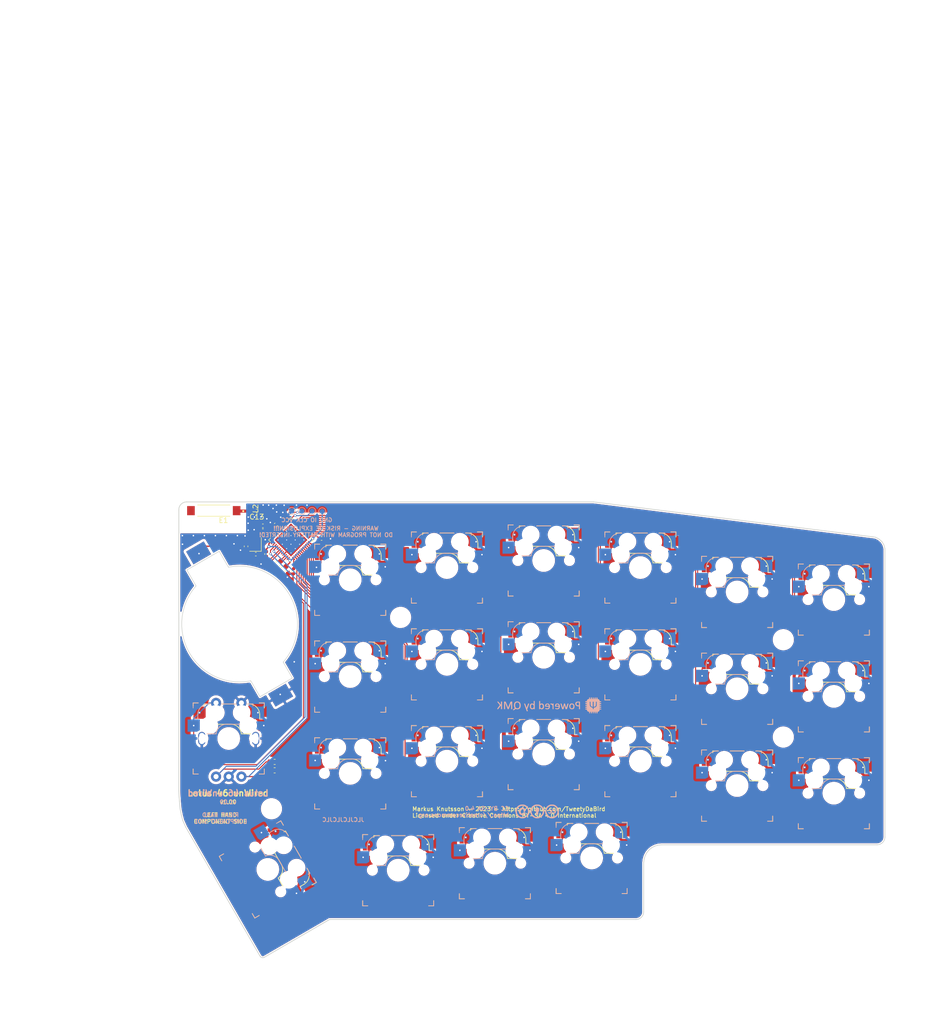
<source format=kicad_pcb>
(kicad_pcb (version 20221018) (generator pcbnew)
  (title_block (title "Lotus 46 unWired") (date "2023-08-20") (rev "v1.00") (company "Markus Knutsson <markus.knutsson@tweety.se>") (comment 1 "https://github.com/TweetyDaBird") (comment 2 "Licensed under Creative Commons BY-SA 4.0 International "))
  (layers (0 "F.Cu" signal) (31 "B.Cu" signal) (34 "B.Paste" user) (35 "F.Paste" user) (36 "B.SilkS" user "B.Silkscreen") (37 "F.SilkS" user "F.Silkscreen") (38 "B.Mask" user) (39 "F.Mask" user) (44 "Edge.Cuts" user))
  (net 0 "")
  (net 1 "Net-(U5-XC2)")
  (net 2 "Net-(U5-XC1)")
  (net 3 "Net-(U5-ANT)")
  (net 4 "Net-(U5-DEC1)")
  (net 5 "Net-(U5-DEC2)")
  (net 6 "Net-(U5-DEC3)")
  (net 7 "Net-(U5-DCC)")
  (net 8 "EncA")
  (net 9 "EncB")
  (net 10 "SW1")
  (net 11 "SW2")
  (net 12 "SW3")
  (net 13 "SW4")
  (net 14 "SW5")
  (net 15 "SW6")
  (net 16 "SW7")
  (net 17 "SW8")
  (net 18 "SW9")
  (net 19 "SW10")
  (net 20 "SW11")
  (net 21 "SW12")
  (net 22 "SW13")
  (net 23 "SW14")
  (net 24 "SW15")
  (net 25 "SW16")
  (net 26 "SW17")
  (net 27 "SW18")
  (net 28 "SW19")
  (net 29 "SW20")
  (net 30 "SW21")
  (net 31 "VCC")
  (net 32 "GND")
  (net 33 "SW22")
  (net 34 "SW23")
  (net 37 "SWDIO")
  (net 38 "SWCLK")
  (net 45 "/ANT")
  (net 46 "/ANT2")
  (footprint "Keyboard Common:Spacer PCB hole" (layer "F.Cu") (at 124.32538 76.45908)
    (fp_text reference "TH1" hide)
    (fp_text value "HOLE" hide)
  )
  (footprint "Keyboard Common:Spacer PCB hole" (layer "F.Cu") (at 199.7 80.85)
    (fp_text reference "TH2" hide)
    (fp_text value "HOLE" hide)
  )
  (footprint "Keyboard Common:Spacer PCB hole" (layer "F.Cu") (at 199.7 100)
    (fp_text reference "TH4" hide)
    (fp_text value "HOLE" hide)
  )
  (footprint "Keyboard Common:Spacer PCB hole" (layer "F.Cu") (at 98.8949 114.1095 90)
    (fp_text reference "TH3" hide)
    (fp_text value "HOLE" hide)
  )
  (footprint "Keyboard Switches:SW_MX_HotSwap_Reversible" (layer "F.Cu") (at 114.4 69.05)
    (fp_text reference "SW1" hide)
    (fp_text value "Switch" hide)
  )
  (footprint "Keyboard Switches:SW_MX_HotSwap_Reversible" (layer "F.Cu") (at 152.5 65.26)
    (fp_text reference "SW3" hide)
    (fp_text value "Switch" hide)
  )
  (footprint "Keyboard Switches:SW_MX_HotSwap_Reversible" (layer "F.Cu") (at 171.55 66.65)
    (fp_text reference "SW4" hide)
    (fp_text value "Switch" hide)
  )
  (footprint "Keyboard Switches:SW_MX_HotSwap_Reversible" (layer "F.Cu") (at 190.6 71.45)
    (fp_text reference "SW5" hide)
    (fp_text value "Switch" hide)
  )
  (footprint "Keyboard Switches:SW_MX_HotSwap_Reversible" (layer "F.Cu") (at 209.65 72.95)
    (fp_text reference "SW6" hide)
    (fp_text value "Switch" hide)
  )
  (footprint "Keyboard Switches:SW_MX_HotSwap_Reversible" (layer "F.Cu") (at 114.4 88.1)
    (fp_text reference "SW7" hide)
    (fp_text value "Switch" hide)
  )
  (footprint "Keyboard Switches:SW_MX_HotSwap_Reversible" (layer "F.Cu") (at 133.45 85.7)
    (fp_text reference "SW8" hide)
    (fp_text value "Switch" hide)
  )
  (footprint "Keyboard Switches:SW_MX_HotSwap_Reversible" (layer "F.Cu") (at 152.5 84.31)
    (fp_text reference "SW9" hide)
    (fp_text value "Switch" hide)
  )
  (footprint "Keyboard Switches:SW_MX_HotSwap_Reversible" (layer "F.Cu") (at 190.6 90.5)
    (fp_text reference "SW11" hide)
    (fp_text value "Switch" hide)
  )
  (footprint "Keyboard Switches:SW_MX_HotSwap_Reversible" (layer "F.Cu") (at 209.65 92)
    (fp_text reference "SW12" hide)
    (fp_text value "Switch" hide)
  )
  (footprint "Keyboard Switches:SW_MX_HotSwap_Reversible" (layer "F.Cu") (at 114.4 107.15)
    (fp_text reference "SW13" hide)
    (fp_text value "Switch" hide)
  )
  (footprint "Keyboard Switches:SW_MX_HotSwap_Reversible" (layer "F.Cu") (at 133.45 104.75)
    (fp_text reference "SW14" hide)
    (fp_text value "Switch" hide)
  )
  (footprint "Keyboard Switches:SW_MX_HotSwap_Reversible" (layer "F.Cu") (at 152.5 103.36)
    (fp_text reference "SW15" hide)
    (fp_text value "Switch" hide)
  )
  (footprint "Keyboard Switches:SW_MX_HotSwap_Reversible" (layer "F.Cu") (at 171.55 104.75)
    (fp_text reference "SW16" hide)
    (fp_text value "Switch" hide)
  )
  (footprint "Keyboard Switches:SW_MX_HotSwap_Reversible" (layer "F.Cu") (at 190.6 109.55)
    (fp_text reference "SW17" hide)
    (fp_text value "Switch" hide)
  )
  (footprint "Keyboard Switches:SW_MX_HotSwap_Reversible" (layer "F.Cu") (at 123.85 126.2)
    (fp_text reference "SW21" hide)
    (fp_text value "Switch" hide)
  )
  (footprint "Keyboard Switches:SW_MX_HotSwap_Reversible" (layer "F.Cu") (at 142.8977 124.8283)
    (fp_text reference "SW22" hide)
    (fp_text value "Switch" hide)
  )
  (footprint "Keyboard Switches:SW_MX_HotSwap_Reversible" (layer "F.Cu") (at 161.95 123.8)
    (fp_text reference "SW23" hide)
    (fp_text value "Switch" hide)
  )
  (footprint "Keyboard Switches:SW_MX_HotSwap_Reversible" (layer "F.Cu") (at 90.4748 100.2853)
    (fp_text reference "SW19" hide)
    (fp_text value "Switch" hide)
  )
  (footprint "Keyboard Switches:SW_MX_HotSwap_Reversible" (layer "F.Cu") (at 209.65 111.05)
    (fp_text reference "SW18" hide)
    (fp_text value "Switch" hide)
  )
  (footprint "Capacitor_SMD:C_0402_1005Metric" (layer "F.Cu") (at 95.81 64.01 180)
    (fp_text reference "C1" hide)
    (fp_text value "12pF")
  )
  (footprint "Capacitor_SMD:C_0402_1005Metric" (layer "F.Cu") (at 93.89 62.48 90)
    (fp_text reference "C2" hide)
    (fp_text value "12pF")
  )
  (footprint "Keyboard Switches:SW_MX_HotSwap_Reversible" (layer "F.Cu") (at 98.171 126.0475 -60)
    (fp_text reference "SW20" hide)
    (fp_text value "Switch" hide)
  )
  (footprint "Keyboard Switches:SW_MX_HotSwap_Reversible" (layer "F.Cu") (at 171.55 85.7)
    (fp_text reference "SW10" hide)
    (fp_text value "Switch" hide)
  )
  (footprint "Keyboard Encoders:Encoder_Alps_EC11E_Small" (layer "F.Cu") (at 90.4748 100.2853 90)
    (fp_text reference "SW24" hide)
    (fp_text value "Rotary_Encoder_Switch" hide)
  )
  (footprint "Keyboard Switches:SW_MX_HotSwap_Reversible" (layer "F.Cu") (at 133.45 66.65)
    (fp_text reference "SW2" hide)
    (fp_text value "Switch" hide)
  )
  (footprint "Capacitor_SMD:C_0402_1005Metric" (layer "F.Cu") (at 103.24 67.38 90)
    (fp_text reference "C4" hide)
    (fp_text value "100nF")
  )
  (footprint "Capacitor_SMD:C_0402_1005Metric" (layer "F.Cu") (at 96 55.52 180)
    (fp_text reference "C13")
    (fp_text value "1.5pF")
  )
  (footprint "Capacitor_SMD:C_0603_1608Metric" (layer "F.Cu") (at 100.19 65.9 45)
    (fp_text reference "C10" hide)
    (fp_text value "1uF")
  )
  (footprint "Inductor_SMD:L_0402_1005Metric" (layer "F.Cu") (at 99.27 56.72 -45)
    (fp_text reference "L1" hide)
    (fp_text value "3.9nH")
  )
  (footprint "Capacitor_SMD:C_0402_1005Metric" (layer "F.Cu") (at 97.2 59.4)
    (fp_text reference "C7" hide)
    (fp_text value "100pF")
  )
  (footprint "Capacitor_SMD:C_0603_1608Metric" (layer "F.Cu") (at 101.25 66.94 45)
    (fp_text reference "C9" hide)
    (fp_text value "4.7uF")
  )
  (footprint "Inductor_SMD:L_0402_1005Metric" (layer "F.Cu") (at 94.6 55.05 -90)
    (fp_text reference "L2")
    (fp_text value "3.9nH")
  )
  (footprint "Crystal:Crystal_SMD_2016-4Pin_2.0x1.6mm" (layer "F.Cu") (at 95.74 62.09 90)
    (fp_text reference "Y1" hide)
    (fp_text value "~")
  )
  (footprint "Capacitor_SMD:C_0603_1608Metric_Pad1.08x0.95mm_HandSolder" (layer "F.Cu") (at 99.52 104.89 180)
    (fp_text reference "C11" hide)
    (fp_text value "100nF")
  )
  (footprint "Capacitor_SMD:C_0402_1005Metric" (layer "F.Cu") (at 97.91 63.99 90)
    (fp_text reference "C8" hide)
    (fp_text value "100nF")
  )
  (footprint "Capacitor_SMD:C_0402_1005Metric" (layer "F.Cu") (at 99.78 58.21 45)
    (fp_text reference "C3" hide)
    (fp_text value "0.8pF")
  )
  (footprint "Capacitor_SMD:C_0402_1005Metric" (layer "F.Cu") (at 108.76 60.92 180)
    (fp_text reference "C5" hide)
    (fp_text value "100nF")
  )
  (footprint "Package_DFN_QFN:QFN-48-1EP_6x6mm_P0.4mm_EP4.6x4.6mm_ThermalVias" (layer "F.Cu") (at 102.73 61.22 135)
    (fp_text reference "U5" hide)
    (fp_text value "nRF52810-QFxx")
  )
  (footprint "Capacitor_SMD:C_0402_1005Metric" (layer "F.Cu") (at 97.2 58.44)
    (fp_text reference "C6" hide)
    (fp_text value "NC")
  )
  (footprint "Keyboard Common:BS-12" (layer "F.Cu") (at 92.62 77.76 120)
    (fp_text reference "BT1" hide)
    (fp_text value "Battery_Cell" hide)
    (fp_line (start -14.4 -3.685) (end -14.4 3.685) (stroke (width 0.12)) (layer "Edge.Cuts"))
    (fp_line (start -14.4 3.685) (end -10.785 3.685) (stroke (width 0.12)) (layer "Edge.Cuts"))
    (fp_line (start -10.785 -3.685) (end -14.4 -3.685) (stroke (width 0.12)) (layer "Edge.Cuts"))
    (fp_line (start 10.785 3.685) (end 14.4 3.685) (stroke (width 0.12)) (layer "Edge.Cuts"))
    (fp_line (start 14.4 -3.685) (end 10.785 -3.685) (stroke (width 0.12)) (layer "Edge.Cuts"))
    (fp_line (start 14.4 -3.685) (end 14.4 3.685) (stroke (width 0.12)) (layer "Edge.Cuts"))
    (fp_arc (start -10.785 -3.685) (mid 0 -11.397169) (end 10.785 -3.685) (stroke (width 0.12)) (layer "Edge.Cuts"))
    (fp_arc (start 10.785 3.685) (mid 0 11.397169) (end -10.785 3.685) (stroke (width 0.12)) (layer "Edge.Cuts"))
  )
  (footprint "Capacitor_SMD:C_0603_1608Metric_Pad1.08x0.95mm_HandSolder" (layer "F.Cu") (at 99.52 106.55)
    (fp_text reference "C12" hide)
    (fp_text value "100nF")
  )
  (footprint "2450AT45A100E:ANT_2450AT45A100E" (layer "F.Cu") (at 87.5325 55.45 180)
    (fp_text reference "E1")
    (fp_text value "2450AT45A100E")
  )
  (footprint "TestPoint:TestPoint_Pad_D1.0mm" (layer "B.Cu") (at 102.8875 55.53 180)
    (fp_text reference "TP4" hide)
    (fp_text value "TestPoint")
  )
  (footprint "Logotypes:qmk logo" (layer "B.Cu") (at 153.6 93.77 180)
    (fp_text reference "Logo1" hide)
    (fp_text value "QMK_Logo" hide)
  )
  (footprint "TestPoint:TestPoint_Pad_D1.0mm" (layer "B.Cu") (at 106.89 55.53 180)
    (fp_text reference "TP2" hide)
    (fp_text value "TestPoint")
  )
  (footprint "TestPoint:TestPoint_Pad_D1.0mm" (layer "B.Cu") (at 108.89 55.59 180)
    (fp_text reference "TP1" hide)
    (fp_text value "TestPoint")
  )
  (footprint "Logotypes:CC_BY_SA_40_line" (layer "B.Cu") (at 142.185714 114.55 180)
    (fp_text reference "Logo2")
    (fp_text value "License" hide)
  )
  (footprint "TestPoint:TestPoint_Pad_D1.0mm" (layer "B.Cu") (at 104.89 55.53 180)
    (fp_text reference "TP3" hide)
    (fp_text value "TestPoint")
  )
  (gr_line (start 81.4197 116.3955) (end 81.9785 117.6655) (stroke (width 0.15)) (layer "Edge.Cuts"))
  (gr_line (start 219.50172 62.1952) (end 219.70492 62.9064) (stroke (width 0.15)) (layer "Edge.Cuts"))
  (gr_line (start 80.772 112.649) (end 80.899 114.1095) (stroke (width 0.15)) (layer "Edge.Cuts"))
  (gr_line (start 80.7085 111.8235) (end 80.772 112.649) (stroke (width 0.15)) (layer "Edge.Cuts"))
  (gr_line (start 162.31 53.74) (end 82.169 53.74) (stroke (width 0.15)) (layer "Edge.Cuts"))
  (gr_line (start 218.511891 61.01639) (end 217.79552 60.671355) (stroke (width 0.15)) (layer "Edge.Cuts"))
  (gr_line (start 81.153 115.3795) (end 81.4197 116.3955) (stroke (width 0.15)) (layer "Edge.Cuts"))
  (gr_line (start 97.119252 143.413974) (end 97.268206 143.404468) (stroke (width 0.15)) (layer "Edge.Cuts"))
  (gr_line (start 96.629837 143.08815) (end 96.735295 143.222884) (stroke (width 0.15)) (layer "Edge.Cuts"))
  (gr_line (start 80.645 110.617) (end 80.645 55.264) (stroke (width 0.15)) (layer "Edge.Cuts"))
  (gr_line (start 80.645 110.617) (end 80.7085 111.8235) (stroke (width 0.15)) (layer "Edge.Cuts"))
  (gr_arc (start 80.645 55.264) (mid 81.091369 54.186369) (end 82.169 53.74) (stroke (width 0.15)) (layer "Edge.Cuts"))
  (gr_line (start 96.852328 143.322532) (end 96.98047 143.386445) (stroke (width 0.15)) (layer "Edge.Cuts"))
  (gr_line (start 110.31982 135.90524) (end 170.66908 135.904) (stroke (width 0.15)) (layer "Edge.Cuts"))
  (gr_arc (start 172.19308 134.38) (mid 171.746711 135.457631) (end 170.66908 135.904) (stroke (width 0.15)) (layer "Edge.Cuts"))
  (gr_arc (start 219.70492 119.66956) (mid 219.258551 120.747191) (end 218.18092 121.19356) (stroke (width 0.15)) (layer "Edge.Cuts"))
  (gr_line (start 174.356326 121.468421) (end 175.013524 121.264638) (stroke (width 0.15)) (layer "Edge.Cuts"))
  (gr_line (start 80.899 114.1095) (end 81.153 115.3795) (stroke (width 0.15)) (layer "Edge.Cuts"))
  (gr_line (start 97.426864 143.357278) (end 97.594758 143.271756) (stroke (width 0.15)) (layer "Edge.Cuts"))
  (gr_line (start 97.594758 143.271756) (end 110.31982 135.90524) (stroke (width 0.15)) (layer "Edge.Cuts"))
  (gr_line (start 172.19422 124.69622) (end 172.19308 134.38) (stroke (width 0.15)) (layer "Edge.Cuts"))
  (gr_line (start 173.243884 122.218131) (end 173.761773 121.790925) (stroke (width 0.15)) (layer "Edge.Cuts"))
  (gr_line (start 217.79552 60.671355) (end 162.31 53.74) (stroke (width 0.15)) (layer "Edge.Cuts"))
  (gr_line (start 175.719348 121.193595) (end 218.18092 121.19356) (stroke (width 0.15)) (layer "Edge.Cuts"))
  (gr_line (start 97.268206 143.404468) (end 97.426864 143.357278) (stroke (width 0.15)) (layer "Edge.Cuts"))
  (gr_line (start 172.494174 123.330573) (end 172.816678 122.73602) (stroke (width 0.15)) (layer "Edge.Cuts"))
  (gr_line (start 219.13342 61.5602) (end 219.50172 62.1952) (stroke (width 0.15)) (layer "Edge.Cuts"))
  (gr_line (start 219.70492 62.9064) (end 219.70492 119.66956) (stroke (width 0.15)) (layer "Edge.Cuts"))
  (gr_line (start 172.19422 124.69622) (end 172.290391 123.987771) (stroke (width 0.15)) (layer "Edge.Cuts"))
  (gr_line (start 172.816678 122.73602) (end 173.243884 122.218131) (stroke (width 0.15)) (layer "Edge.Cuts"))
  (gr_line (start 219.13342 61.5602) (end 218.511891 61.01639) (stroke (width 0.15)) (layer "Edge.Cuts"))
  (gr_line (start 96.735295 143.222884) (end 96.852328 143.322532) (stroke (width 0.15)) (layer "Edge.Cuts"))
  (gr_line (start 81.9785 117.6655) (end 96.629837 143.08815) (stroke (width 0.15)) (layer "Edge.Cuts"))
  (gr_line (start 173.761773 121.790925) (end 174.356326 121.468421) (stroke (width 0.15)) (layer "Edge.Cuts"))
  (gr_line (start 96.98047 143.386445) (end 97.119252 143.413974) (stroke (width 0.15)) (layer "Edge.Cuts"))
  (gr_line (start 172.290391 123.987771) (end 172.494174 123.330573) (stroke (width 0.15)) (layer "Edge.Cuts"))
  (gr_line (start 175.013524 121.264638) (end 175.719348 121.193595) (stroke (width 0.15)) (layer "Edge.Cuts"))
  (gr_text "Lotus 46 unWired" (at 90.35 111.0422) (layer "B.SilkS") (effects (font (size 1.2 1.2) (thickness 0.25)) (justify mirror)))
  (gr_text "RIGHT HAND\nCOMPONENT SIDE" (at 88.85 115.98) (layer "B.SilkS") (effects (font (size 0.8 0.8) (thickness 0.153) bold) (justify mirror)))
  (gr_text "v1.00" (at 90.35 112.79) (layer "B.SilkS") (effects (font (size 0.8 0.8) (thickness 0.153) bold) (justify mirror)))
  (gr_text "WARNING - RISK OF EXPLOSION!!!\nDO NOT PROGRAM WITH BATTERY INSERTED!\n" (at 109.64 59.59) (layer "B.SilkS") (effects (font (size 0.8 0.8) (thickness 0.153) bold) (justify mirror)))
  (gr_text "JLCJLCJLCJLC" (at 113.02 116.27) (layer "B.SilkS") (effects (font (size 0.8 0.8) (thickness 0.153) bold) (justify mirror)))
  (gr_text "GND IO CLK VCC" (at 110.95 57.77) (layer "B.SilkS") (effects (font (size 0.8 0.8) (thickness 0.153) bold) (justify left bottom mirror)))
  (gr_text "Lotus 46 unWired" (at 90.35 111.0422) (layer "F.SilkS") (effects (font (size 1.2 1.2) (thickness 0.25))))
  (gr_text "v1.00" (at 90.35 112.79) (layer "F.SilkS") (effects (font (size 0.8 0.8) (thickness 0.153) bold)))
  (gr_text "LEFT HAND\nCOMPONENT SIDE" (at 88.85 115.98) (layer "F.SilkS") (effects (font (size 0.8 0.8) (thickness 0.153) bold)))
  (gr_text "Markus Knutsson - 2023 - https://github.com/TweetyDaBird\nLicensed under Creative Commons BY-SA 4.0 International \n" (at 126.55 114.8) (layer "F.SilkS") (effects (font (size 0.8 0.8) (thickness 0.153) bold) (justify left)))
  (segment (start 99.371243 60.406827) (end 99.085415 60.121) (width 0.2) (layer "F.Cu") (net 1))
  (segment (start 96.95 62.79) (end 96.29 62.79) (width 0.2) (layer "F.Cu") (net 1))
  (segment (start 98.197 60.691709) (end 98.197 61.543) (width 0.2) (layer "F.Cu") (net 1))
  (segment (start 99.085415 60.121) (end 98.767709 60.121) (width 0.2) (layer "F.Cu") (net 1))
  (segment (start 98.197 61.543) (end 96.95 62.79) (width 0.2) (layer "F.Cu") (net 1))
  (segment (start 96.29 64.01) (end 96.29 62.79) (width 0.2) (layer "F.Cu") (net 1))
  (segment (start 98.767709 60.121) (end 98.197 60.691709) (width 0.2) (layer "F.Cu") (net 1))
  (segment (start 94.58 62) (end 93.89 62) (width 0.2) (layer "F.Cu") (net 2))
  (segment (start 95.19 61.39) (end 94.58 62) (width 0.2) (layer "F.Cu") (net 2))
  (segment (start 95.19 60.74) (end 95.19 61.39) (width 0.2) (layer "F.Cu") (net 2))
  (segment (start 99.324102 59.794) (end 98.246 59.794) (width 0.2) (layer "F.Cu") (net 2))
  (segment (start 99.654086 60.123984) (end 99.324102 59.794) (width 0.2) (layer "F.Cu") (net 2))
  (segment (start 98.246 59.794) (end 97.65 60.39) (width 0.2) (layer "F.Cu") (net 2))
  (segment (start 95.54 60.39) (end 95.19 60.74) (width 0.2) (layer "F.Cu") (net 2))
  (segment (start 97.65 60.39) (end 95.54 60.39) (width 0.2) (layer "F.Cu") (net 2))
  (segment (start 100.119411 57.689411) (end 99.612947 57.182947) (width 0.2) (layer "F.Cu") (net 3))
  (segment (start 99.612947 57.182947) (end 99.612947 57.062947) (width 0.2) (layer "F.Cu") (net 3))
  (segment (start 100.119411 58.326569) (end 100.119411 57.870589) (width 0.2) (layer "F.Cu") (net 3))
  (segment (start 100.785456 58.992614) (end 100.119411 58.326569) (width 0.2) (layer "F.Cu") (net 3))
  (segment (start 100.119411 57.870589) (end 100.119411 57.689411) (width 0.2) (layer "F.Cu") (net 3))
  (segment (start 103.26033 66.87967) (end 103.24 66.9) (width 0.2) (layer "F.Cu") (net 4))
  (segment (start 103.26033 64.8616) (end 103.26033 66.87967) (width 0.2) (layer "F.Cu") (net 4))
  (segment (start 99.801472 59.14) (end 98.35 59.14) (width 0.2) (layer "F.Cu") (net 5))
  (segment (start 98.35 59.14) (end 97.68 58.47) (width 0.2) (layer "F.Cu") (net 5))
  (segment (start 97.68 58.47) (end 97.68 58.44) (width 0.2) (layer "F.Cu") (net 5))
  (segment (start 100.219771 59.558299) (end 99.801472 59.14) (width 0.2) (layer "F.Cu") (net 5))
  (segment (start 97.747 59.467) (end 99.562786 59.467) (width 0.2) (layer "F.Cu") (net 6))
  (segment (start 99.562786 59.467) (end 99.936928 59.841142) (width 0.2) (layer "F.Cu") (net 6))
  (segment (start 97.68 59.4) (end 97.747 59.467) (width 0.2) (layer "F.Cu") (net 6))
  (segment (start 101.143592 65.351992) (end 100.738008 65.351992) (width 0.2) (layer "F.Cu") (net 7))
  (segment (start 101.916827 64.578757) (end 101.143592 65.351992) (width 0.2) (layer "F.Cu") (net 7))
  (segment (start 100.738008 65.19189) (end 100.738008 65.351992) (width 0.2) (layer "F.Cu") (net 7))
  (segment (start 101.633984 64.295914) (end 100.738008 65.19189) (width 0.2) (layer "F.Cu") (net 7))
  (segment (start 98.6575 104.89) (end 97.83 104.89) (width 0.2) (layer "F.Cu") (net 8))
  (segment (start 98.71 63.260102) (end 98.71 63.96) (width 0.2) (layer "F.Cu") (net 8))
  (segment (start 89.4501 106.31) (end 87.9748 107.7853) (width 0.2) (layer "F.Cu") (net 8))
  (segment (start 97.83 104.89) (end 96.41 106.31) (width 0.2) (layer "F.Cu") (net 8))
  (segment (start 99.654086 62.316016) (end 98.71 63.260102) (width 0.2) (layer "F.Cu") (net 8))
  (segment (start 96.41 106.31) (end 89.4501 106.31) (width 0.2) (layer "F.Cu") (net 8))
  (via (at 98.71 63.96) (size 0.5) (drill 0.3) (layers "F.Cu" "B.Cu") (net 8))
  (segment (start 105.51 96.08) (end 105.51 70.76) (width 0.2) (layer "B.Cu") (net 8))
  (segment (start 105.51 70.76) (end 98.71 63.96) (width 0.2) (layer "B.Cu") (net 8))
  (segment (start 87.9748 107.7853) (end 90.0101 105.75) (width 0.2) (layer "B.Cu") (net 8))
  (segment (start 90.0101 105.75) (end 95.84 105.75) (width 0.2) (layer "B.Cu") (net 8))
  (segment (start 95.84 105.75) (end 105.51 96.08) (width 0.2) (layer "B.Cu") (net 8))
  (segment (start 99.371949 63.163837) (end 99.371949 63.453471) (width 0.2) (layer "F.Cu") (net 9))
  (segment (start 99.936928 62.598858) (end 99.371949 63.163837) (width 0.2) (layer "F.Cu") (net 9))
  (segment (start 97.4222 107.7853) (end 92.9748 107.7853) (width 0.2) (layer "F.Cu") (net 9))
  (segment (start 98.6575 106.55) (end 97.4222 107.7853) (width 0.2) (layer "F.Cu") (net 9))
  (via (at 99.371949 63.453471) (size 0.5) (drill 0.3) (layers "F.Cu" "B.Cu") (net 9))
  (segment (start 94.389013 107.7853) (end 105.91 96.264313) (width 0.2) (layer "B.Cu") (net 9))
  (segment (start 99.371949 63.51128) (end 99.371949 63.453471) (width 0.2) (layer "B.Cu") (net 9))
  (segment (start 105.91 70.049331) (end 99.371949 63.51128) (width 0.2) (layer "B.Cu") (net 9))
  (segment (start 105.91 96.264313) (end 105.91 70.049331) (width 0.2) (layer "B.Cu") (net 9))
  (segment (start 92.9748 107.7853) (end 94.389013 107.7853) (width 0.2) (layer "B.Cu") (net 9))
  (segment (start 108.025584 63.97) (end 108.65 63.97) (width 0.2) (layer "F.Cu") (net 10))
  (segment (start 108.65 65.713679) (end 107.7548 66.608879) (width 0.2) (layer "F.Cu") (net 10))
  (segment (start 106.088757 62.033173) (end 108.025584 63.97) (width 0.2) (layer "F.Cu") (net 10))
  (segment (start 108.65 63.97) (end 108.65 65.713679) (width 0.2) (layer "F.Cu") (net 10))
  (via (at 108.65 63.97) (size 0.5) (drill 0.3) (layers "F.Cu" "B.Cu") (net 10))
  (via (at 107.7548 66.608879) (size 0.5) (drill 0.3) (layers "F.Cu" "B.Cu") (net 10))
  (segment (start 126.55 64.11) (end 127.7 62.96) (width 0.2) (layer "F.Cu") (net 11))
  (segment (start 106.62127 62) (end 106.3716 61.75033) (width 0.2) (layer "F.Cu") (net 11))
  (segment (start 127.7 61.57) (end 127.27 62) (width 0.2) (layer "F.Cu") (net 11))
  (segment (start 127.7 62.96) (end 127.7 61.57) (width 0.2) (layer "F.Cu") (net 11))
  (segment (start 127.27 62) (end 106.62127 62) (width 0.2) (layer "F.Cu") (net 11))
  (via (at 127.7 61.57) (size 0.5) (drill 0.3) (layers "F.Cu" "B.Cu") (net 11))
  (via (at 126.55 64.11) (size 0.5) (drill 0.3) (layers "F.Cu" "B.Cu") (net 11))
  (segment (start 106.475584 60.02) (end 125.301168 60.02) (width 0.2) (layer "F.Cu") (net 12))
  (segment (start 125.301168 60.02) (end 126.731167 58.59) (width 0.2) (layer "F.Cu") (net 12))
  (segment (start 146.75 61.57) (end 145.6 62.72) (width 0.2) (layer "F.Cu") (net 12))
  (segment (start 145.16 58.59) (end 146.75 60.18) (width 0.2) (layer "F.Cu") (net 12))
  (segment (start 126.731167 58.59) (end 145.16 58.59) (width 0.2) (layer "F.Cu") (net 12))
  (segment (start 106.088757 60.406827) (end 106.475584 60.02) (width 0.2) (layer "F.Cu") (net 12))
  (segment (start 146.75 60.18) (end 146.75 61.57) (width 0.2) (layer "F.Cu") (net 12))
  (via (at 145.6 62.72) (size 0.5) (drill 0.3) (layers "F.Cu" "B.Cu") (net 12))
  (via (at 146.75 60.18) (size 0.5) (drill 0.3) (layers "F.Cu" "B.Cu") (net 12))
  (segment (start 105.978529 58.82) (end 124.804112 58.82) (width 0.2) (layer "F.Cu") (net 13))
  (segment (start 165.8 61.57) (end 165.8 62.96) (width 0.2) (layer "F.Cu") (net 13))
  (segment (start 165.8 62.96) (end 164.65 64.11) (width 0.2) (layer "F.Cu") (net 13))
  (segment (start 161.62 57.39) (end 165.8 61.57) (width 0.2) (layer "F.Cu") (net 13))
  (segment (start 124.804112 58.82) (end 126.234112 57.39) (width 0.2) (layer "F.Cu") (net 13))
  (segment (start 105.240229 59.558299) (end 105.978529 58.82) (width 0.2) (layer "F.Cu") (net 13))
  (segment (start 126.234112 57.39) (end 161.62 57.39) (width 0.2) (layer "F.Cu") (net 13))
  (via (at 164.65 64.11) (size 0.5) (drill 0.3) (layers "F.Cu" "B.Cu") (net 13))
  (via (at 165.8 61.57) (size 0.5) (drill 0.3) (layers "F.Cu" "B.Cu") (net 13))
  (segment (start 178.962942 58.36) (end 164.287055 58.36) (width 0.2) (layer "F.Cu") (net 14))
  (segment (start 105.481472 57.62) (end 104.391701 58.709771) (width 0.2) (layer "F.Cu") (net 14))
  (segment (start 125.737057 56.19) (end 124.307055 57.62) (width 0.2) (layer "F.Cu") (net 14))
  (segment (start 124.307055 57.62) (end 105.481472 57.62) (width 0.2) (layer "F.Cu") (net 14))
  (segment (start 184.85 66.37) (end 184.85 67.76) (width 0.2) (layer "F.Cu") (net 14))
  (segment (start 162.117056 56.19) (end 125.737057 56.19) (width 0.2) (layer "F.Cu") (net 14))
  (segment (start 184.85 66.37) (end 184.85 64.247058) (width 0.2) (layer "F.Cu") (net 14))
  (segment (start 184.85 64.247058) (end 178.962942 58.36) (width 0.2) (layer "F.Cu") (net 14))
  (segment (start 184.85 67.76) (end 183.7 68.91) (width 0.2) (layer "F.Cu") (net 14))
  (segment (start 164.287055 58.36) (end 162.117056 56.19) (width 0.2) (layer "F.Cu") (net 14))
  (via (at 183.7 68.91) (size 0.5) (drill 0.3) (layers "F.Cu" "B.Cu") (net 14))
  (via (at 184.85 66.37) (size 0.5) (drill 0.3) (layers "F.Cu" "B.Cu") (net 14))
  (segment (start 196.55 60.52) (end 182.82 60.52) (width 0.2) (layer "F.Cu") (net 15))
  (segment (start 182.82 60.52) (end 179.459997 57.16) (width 0.2) (layer "F.Cu") (net 15))
  (segment (start 105.002448 56.42) (end 103.561205 57.861243) (width 0.2) (layer "F.Cu") (net 15))
  (segment (start 103.561205 57.861243) (end 103.543173 57.861243) (width 0.2) (layer "F.Cu") (net 15))
  (segment (start 203.9 69.26) (end 202.75 70.41) (width 0.2) (layer "F.Cu") (net 15))
  (segment (start 179.459997 57.16) (end 164.784113 57.16) (width 0.2) (layer "F.Cu") (net 15))
  (segment (start 123.81 56.42) (end 105.002448 56.42) (width 0.2) (layer "F.Cu") (net 15))
  (segment (start 164.784113 57.16) (end 162.614113 54.99) (width 0.2) (layer "F.Cu") (net 15))
  (segment (start 162.614113 54.99) (end 125.24 54.99) (width 0.2) (layer "F.Cu") (net 15))
  (segment (start 203.9 67.87) (end 196.55 60.52) (width 0.2) (layer "F.Cu") (net 15))
  (segment (start 203.9 67.87) (end 203.9 69.26) (width 0.2) (layer "F.Cu") (net 15))
  (segment (start 125.24 54.99) (end 123.81 56.42) (width 0.2) (layer "F.Cu") (net 15))
  (via (at 202.75 70.41) (size 0.5) (drill 0.3) (layers "F.Cu" "B.Cu") (net 15))
  (via (at 203.9 67.87) (size 0.5) (drill 0.3) (layers "F.Cu" "B.Cu") (net 15))
  (segment (start 98.74 66.654314) (end 108.65 76.564314) (width 0.2) (layer "F.Cu") (net 16))
  (segment (start 108.65 84.410012) (end 107.500012 85.56) (width 0.2) (layer "F.Cu") (net 16))
  (segment (start 108.65 76.564314) (end 108.65 83.02) (width 0.2) (layer "F.Cu") (net 16))
  (segment (start 108.65 83.02) (end 108.65 84.410012) (width 0.2) (layer "F.Cu") (net 16))
  (segment (start 98.74 65.506423) (end 98.74 66.654314) (width 0.2) (layer "F.Cu") (net 16))
  (segment (start 100.376749 63.869674) (end 98.74 65.506423) (width 0.2) (layer "F.Cu") (net 16))
  (segment (start 100.376749 63.856094) (end 100.376749 63.869674) (width 0.2) (layer "F.Cu") (net 16))
  (segment (start 100.785456 63.447386) (end 100.376749 63.856094) (width 0.2) (layer "F.Cu") (net 16))
  (via (at 108.65 83.02) (size 0.5) (drill 0.3) (layers "F.Cu" "B.Cu") (net 16))
  (via (at 107.500012 85.56) (size 0.5) (drill 0.3) (layers "F.Cu" "B.Cu") (net 16))
  (segment (start 127.7 82.01) (end 126.55 83.16) (width 0.2) (layer "F.Cu") (net 17))
  (segment (start 127.7 82.01) (end 127.7 80.62) (width 0.2) (layer "F.Cu") (net 17))
  (segment (start 105.55 69.331569) (end 105.55 64.322842) (width 0.2) (layer "F.Cu") (net 17))
  (segment (start 112.370005 73.02) (end 109.238429 73.02) (width 0.2) (layer "F.Cu") (net 17))
  (segment (start 109.238429 73.02) (end 105.55 69.331569) (width 0.2) (layer "F.Cu") (net 17))
  (segment (start 117.49274 73.019998) (end 112.370007 73.019998) (width 0.2) (layer "F.Cu") (net 17))
  (segment (start 105.55 64.322842) (end 104.674544 63.447386) (width 0.2) (layer "F.Cu") (net 17))
  (segment (start 127.7 80.62) (end 125.092742 80.62) (width 0.2) (layer "F.Cu") (net 17))
  (segment (start 125.092742 80.62) (end 117.49274 73.019998) (width 0.2) (layer "F.Cu") (net 17))
  (segment (start 112.370007 73.019998) (end 112.370005 73.02) (width 0.2) (layer "F.Cu") (net 17))
  (via (at 127.7 80.62) (size 0.5) (drill 0.3) (layers "F.Cu" "B.Cu") (net 17))
  (via (at 126.55 83.16) (size 0.5) (drill 0.3) (layers "F.Cu" "B.Cu") (net 17))
  (segment (start 105.805914 62.316016) (end 107.15 63.660102) (width 0.2) (layer "F.Cu") (net 18))
  (segment (start 107.15 63.660102) (end 107.15 68.66883) (width 0.2) (layer "F.Cu") (net 18))
  (segment (start 138.957058 71.42) (end 146.75 79.212942) (width 0.2) (layer "F.Cu") (net 18))
  (segment (start 109.901169 71.42) (end 138.957058 71.42) (width 0.2) (layer "F.Cu") (net 18))
  (segment (start 146.75 79.212942) (end 146.75 79.23) (width 0.2) (layer "F.Cu") (net 18))
  (segment (start 145.6 81.77) (end 146.75 80.62) (width 0.2) (layer "F.Cu") (net 18))
  (segment (start 146.75 80.62) (end 146.75 79.23) (width 0.2) (layer "F.Cu") (net 18))
  (segment (start 107.15 68.66883) (end 109.901169 71.42) (width 0.2) (layer "F.Cu") (net 18))
  (via (at 145.6 81.77) (size 0.5) (drill 0.3) (layers "F.Cu" "B.Cu") (net 18))
  (via (at 146.75 79.23) (size 0.5) (drill 0.3) (layers "F.Cu" "B.Cu") (net 18))
  (segment (start 163.67 78.49) (end 163.67 60.104314) (width 0.2) (layer "F.Cu") (net 19))
  (segment (start 126.399798 57.79) (end 124.969797 59.22) (width 0.2) (layer "F.Cu") (net 19))
  (segment (start 165.8 82.01) (end 164.65 83.16) (width 0.2) (layer "F.Cu") (net 19))
  (segment (start 163.67 60.104314) (end 161.355685 57.79) (width 0.2) (layer "F.Cu") (net 19))
  (segment (start 106.144212 59.22) (end 105.523072 59.841142) (width 0.2) (layer "F.Cu") (net 19))
  (segment (start 161.355685 57.79) (end 126.399798 57.79) (width 0.2) (layer "F.Cu") (net 19))
  (segment (start 165.8 82.01) (end 165.8 80.62) (width 0.2) (layer "F.Cu") (net 19))
  (segment (start 124.969797 59.22) (end 106.144212 59.22) (width 0.2) (layer "F.Cu") (net 19))
  (segment (start 165.8 80.62) (end 163.67 78.49) (width 0.2) (layer "F.Cu") (net 19))
  (via (at 164.65 83.16) (size 0.5) (drill 0.3) (layers "F.Cu" "B.Cu") (net 19))
  (via (at 165.8 80.62) (size 0.5) (drill 0.3) (layers "F.Cu" "B.Cu") (net 19))
  (segment (start 183.7 86.57) (end 184.85 85.42) (width 0.2) (layer "F.Cu") (net 20))
  (segment (start 178.735686 58.76) (end 182.83 62.854315) (width 0.2) (layer "F.Cu") (net 20))
  (segment (start 164.12137 58.76) (end 178.735686 58.76) (width 0.2) (layer "F.Cu") (net 20))
  (segment (start 125.902742 56.59) (end 161.951371 56.59) (width 0.2) (layer "F.Cu") (net 20))
  (segment (start 183.7 87.96) (end 183.7 86.57) (width 0.2) (layer "F.Cu") (net 20))
  (segment (start 182.83 62.854315) (end 182.83 83.4) (width 0.2) (layer "F.Cu") (net 20))
  (segment (start 104.674544 58.992614) (end 105.647158 58.02) (width 0.2) (layer "F.Cu") (net 20))
  (segment (start 161.951371 56.59) (end 164.12137 58.76) (width 0.2) (layer "F.Cu") (net 20))
  (segment (start 124.472741 58.02) (end 125.902742 56.59) (width 0.2) (layer "F.Cu") (net 20))
  (segment (start 182.83 83.4) (end 184.85 85.42) (width 0.2) (layer "F.Cu") (net 20))
  (segment (start 105.647158 58.02) (end 124.472741 58.02) (width 0.2) (layer "F.Cu") (net 20))
  (via (at 184.85 85.42) (size 0.5) (drill 0.3) (layers "F.Cu" "B.Cu") (net 20))
  (via (at 183.7 87.96) (size 0.5) (drill 0.3) (layers "F.Cu" "B.Cu") (net 20))
  (segment (start 196.355685 60.92) (end 182.654314 60.92) (width 0.2) (layer "F.Cu") (net 21))
  (segment (start 105.1501 56.82) (end 103.826016 58.144086) (width 0.2) (layer "F.Cu") (net 21))
  (segment (start 123.975685 56.82) (end 105.1501 56.82) (width 0.2) (layer "F.Cu") (net 21))
  (segment (start 201.91 75.144314) (end 201.91 66.474314) (width 0.2) (layer "F.Cu") (net 21))
  (segment (start 179.294312 57.56) (end 164.618427 57.56) (width 0.2) (layer "F.Cu") (net 21))
  (segment (start 203.2 86.22) (end 203.2 76.434314) (width 0.2) (layer "F.Cu") (net 21))
  (segment (start 164.618427 57.56) (end 162.448427 55.39) (width 0.2) (layer "F.Cu") (net 21))
  (segment (start 203.2 76.434314) (end 201.91 75.144314) (width 0.2) (layer "F.Cu") (net 21))
  (segment (start 125.405686 55.39) (end 123.975685 56.82) (width 0.2) (layer "F.Cu") (net 21))
  (segment (start 202.75 88.07) (end 203.9 86.92) (width 0.2) (layer "F.Cu") (net 21))
  (segment (start 201.91 66.474314) (end 196.355685 60.92) (width 0.2) (layer "F.Cu") (net 21))
  (segment (start 202.75 89.45) (end 202.75 88.07) (width 0.2) (layer "F.Cu") (net 21))
  (segment (start 203.9 86.92) (end 203.2 86.22) (width 0.2) (layer "F.Cu") (net 21))
  (segment (start 182.654314 60.92) (end 179.294312 57.56) (width 0.2) (layer "F.Cu") (net 21))
  (segment (start 162.448427 55.39) (end 125.405686 55.39) (width 0.2) (layer "F.Cu") (net 21))
  (via (at 202.75 89.45) (size 0.5) (drill 0.3) (layers "F.Cu" "B.Cu") (net 21))
  (via (at 203.9 86.92) (size 0.5) (drill 0.3) (layers "F.Cu" "B.Cu") (net 21))
  (segment (start 202.75 89.46) (end 202.75 89.45) (width 0.2) (layer "B.Cu") (net 21))
  (segment (start 108.56 74.62) (end 103.893173 69.953173) (width 0.2) (layer "F.Cu") (net 22))
  (segment (start 108.415 103.695) (end 108.415 102.305) (width 0.2) (layer "F.Cu") (net 22))
  (segment (start 124.4 82.19) (end 116.83 74.62) (width 0.2) (layer "F.Cu") (net 22))
  (segment (start 108.65 102.07) (end 111.85 98.87) (width 0.2) (layer "F.Cu") (net 22))
  (segment (start 108.415 102.305) (end 108.65 102.07) (width 0.2) (layer "F.Cu") (net 22))
  (segment (start 116.83 74.62) (end 108.56 74.62) (width 0.2) (layer "F.Cu") (net 22))
  (segment (start 121.59 98.87) (end 124.4 96.06) (width 0.2) (layer "F.Cu") (net 22))
  (segment (start 111.85 98.87) (end 121.59 98.87) (width 0.2) (layer "F.Cu") (net 22))
  (segment (start 108.415 103.695) (end 107.5 104.61) (width 0.2) (layer "F.Cu") (net 22))
  (segment (start 103.893173 64.928758) (end 103.543173 64.578757) (width 0.2) (layer "F.Cu") (net 22))
  (segment (start 124.4 96.06) (end 124.4 82.19) (width 0.2) (layer "F.Cu") (net 22))
  (segment (start 103.893173 69.953173) (end 103.893173 64.928758) (width 0.2) (layer "F.Cu") (net 22))
  (via (at 108.65 102.07) (size 0.5) (drill 0.3) (layers "F.Cu" "B.Cu") (net 22))
  (via (at 107.5 104.61) (size 0.5) (drill 0.3) (layers "F.Cu" "B.Cu") (net 22))
  (segment (start 105.14 64.478529) (end 105.14 69.487255) (width 0.2) (layer "F.Cu") (net 23))
  (segment (start 125.6 81.692945) (end 125.6 97.57) (width 0.2) (layer "F.Cu") (net 23))
  (segment (start 125.6 97.57) (end 127.7 99.67) (width 0.2) (layer "F.Cu") (net 23))
  (segment (start 104.391701 63.730229) (end 105.14 64.478529) (width 0.2) (layer "F.Cu") (net 23))
  (segment (start 105.14 69.487255) (end 109.072744 73.42) (width 0.2) (layer "F.Cu") (net 23))
  (segment (start 117.327055 73.42) (end 125.6 81.692945) (width 0.2) (layer "F.Cu") (net 23))
  (segment (start 127.7 101.06) (end 127.7 99.67) (width 0.2) (layer "F.Cu") (net 23))
  (segment (start 109.072744 73.42) (end 117.327055 73.42) (width 0.2) (layer "F.Cu") (net 23))
  (segment (start 126.55 102.21) (end 127.7 101.06) (width 0.2) (layer "F.Cu") (net 23))
  (via (at 127.7 99.67) (size 0.5) (drill 0.3) (layers "F.Cu" "B.Cu") (net 23))
  (via (at 126.55 102.21) (size 0.5) (drill 0.3) (layers "F.Cu" "B.Cu") (net 23))
  (segment (start 106.75 68.834516) (end 109.735484 71.82) (width 0.2) (layer "F.Cu") (net 24))
  (segment (start 144.07 95.6) (end 146.75 98.28) (width 0.2) (layer "F.Cu") (net 24))
  (segment (start 109.735484 71.82) (end 138.79137 71.82) (width 0.2) (layer "F.Cu") (net 24))
  (segment (start 106.75 63.825787) (end 106.75 68.834516) (width 0.2) (layer "F.Cu") (net 24))
  (segment (start 138.79137 71.82) (end 144.07 77.09863) (width 0.2) (layer "F.Cu") (net 24))
  (segment (start 146.75 99.67) (end 146.75 98.28) (width 0.2) (layer "F.Cu") (net 24))
  (segment (start 105.523072 62.598858) (end 106.75 63.825787) (width 0.2) (layer "F.Cu") (net 24))
  (segment (start 145.6 100.82) (end 146.75 99.67) (width 0.2) (layer "F.Cu") (net 24))
  (segment (start 144.07 77.09863) (end 144.07 95.6) (width 0.2) (layer "F.Cu") (net 24))
  (via (at 145.6 100.82) (size 0.5) (drill 0.3) (layers "F.Cu" "B.Cu") (net 24))
  (via (at 146.75 98.28) (size 0.5) (drill 0.3) (layers "F.Cu" "B.Cu") (net 24))
  (segment (start 161.19 58.19) (end 126.565482 58.19) (width 0.2) (layer "F.Cu") (net 25))
  (segment (start 125.135482 59.62) (end 106.309898 59.62) (width 0.2) (layer "F.Cu") (net 25))
  (segment (start 126.565482 58.19) (end 125.135482 59.62) (width 0.2) (layer "F.Cu") (net 25))
  (segment (start 163.27 97.14) (end 163.27 60.27) (width 0.2) (layer "F.Cu") (net 25))
  (segment (start 165.8 101.06) (end 165.8 99.67) (width 0.2) (layer "F.Cu") (net 25))
  (segment (start 106.309898 59.62) (end 105.805914 60.123984) (width 0.2) (layer "F.Cu") (net 25))
  (segment (start 164.65 102.21) (end 165.8 101.06) (width 0.2) (layer "F.Cu") (net 25))
  (segment (start 165.8 99.67) (end 163.27 97.14) (width 0.2) (layer "F.Cu") (net 25))
  (segment (start 163.27 60.27) (end 161.19 58.19) (width 0.2) (layer "F.Cu") (net 25))
  (via (at 165.8 99.67) (size 0.5) (drill 0.3) (layers "F.Cu" "B.Cu") (net 25))
  (via (at 164.65 102.21) (size 0.5) (drill 0.3) (layers "F.Cu" "B.Cu") (net 25))
  (segment (start 163.955684 59.16) (end 161.785685 56.99) (width 0.2) (layer "F.Cu") (net 26))
  (segment (start 182.43 63.02) (end 178.57 59.16) (width 0.2) (layer "F.Cu") (net 26))
  (segment (start 124.638426 58.42) (end 105.812844 58.42) (width 0.2) (layer "F.Cu") (net 26))
  (segment (start 182.43 102.05) (end 182.43 63.02) (width 0.2) (layer "F.Cu") (net 26))
  (segment (start 126.068427 56.99) (end 124.638426 58.42) (width 0.2) (layer "F.Cu") (net 26))
  (segment (start 184.85 105.86) (end 184.85 104.47) (width 0.2) (layer "F.Cu") (net 26))
  (segment (start 105.812844 58.42) (end 104.957386 59.275456) (width 0.2) (layer "F.Cu") (net 26))
  (segment (start 183.7 107.01) (end 184.85 105.86) (width 0.2) (layer "F.Cu") (net 26))
  (segment (start 161.785685 56.99) (end 126.068427 56.99) (width 0.2) (layer "F.Cu") (net 26))
  (segment (start 178.57 59.16) (end 163.955684 59.16) (width 0.2) (layer "F.Cu") (net 26))
  (segment (start 184.85 104.47) (end 182.43 102.05) (width 0.2) (layer "F.Cu") (net 26))
  (via (at 183.7 107.01) (size 0.5) (drill 0.3) (layers "F.Cu" "B.Cu") (net 26))
  (via (at 184.85 104.47) (size 0.5) (drill 0.3) (layers "F.Cu" "B.Cu") (net 26))
  (segment (start 200.92 85.2) (end 202.8 83.32) (width 0.2) (layer "F.Cu") (net 27))
  (segment (start 203.9 107.36) (end 203.9 105.97) (width 0.2) (layer "F.Cu") (net 27))
  (segment (start 164.452741 57.96) (end 162.282741 55.79) (width 0.2) (layer "F.Cu") (net 27))
  (segment (start 196.19 61.32) (end 182.488628 61.32) (width 0.2) (layer "F.Cu") (net 27))
  (segment (start 105.315786 57.22) (end 104.108858 58.426928) (width 0.2) (layer "F.Cu") (net 27))
  (segment (start 203.9 105.97) (end 203.9 98.34) (width 0.2) (layer "F.Cu") (net 27))
  (segment (start 201.51 75.309999) (end 201.51 66.64) (width 0.2) (layer "F.Cu") (net 27))
  (segment (start 162.282741 55.79) (end 125.571372 55.79) (width 0.2) (layer "F.Cu") (net 27))
  (segment (start 202.8 76.6) (end 201.51 75.309999) (width 0.2) (layer "F.Cu") (net 27))
  (segment (start 200.92 95.36) (end 200.92 85.2) (width 0.2) (layer "F.Cu") (net 27))
  (segment (start 203.9 98.34) (end 200.92 95.36) (width 0.2) (layer "F.Cu") (net 27))
  (segment (start 182.488628 61.32) (end 179.128627 57.96) (width 0.2) (layer "F.Cu") (net 27))
  (segment (start 201.51 66.64) (end 196.19 61.32) (width 0.2) (layer "F.Cu") (net 27))
  (segment (start 202.8 83.32) (end 202.8 76.6) (width 0.2) (layer "F.Cu") (net 27))
  (segment (start 202.75 108.51) (end 203.9 107.36) (width 0.2) (layer "F.Cu") (net 27))
  (segment (start 124.14137 57.22) (end 105.315786 57.22) (width 0.2) (layer "F.Cu") (net 27))
  (segment (start 125.571372 55.79) (end 124.14137 57.22) (width 0.2) (layer "F.Cu") (net 27))
  (segment (start 179.128627 57.96) (end 164.452741 57.96) (width 0.2) (layer "F.Cu") (net 27))
  (via (at 202.75 108.51) (size 0.5) (drill 0.3) (layers "F.Cu" "B.Cu") (net 27))
  (via (at 203.9 105.97) (size 0.5) (drill 0.3) (layers "F.Cu" "B.Cu") (net 27))
  (segment (start 87.29 105.42) (end 83.5748 101.7048) (width 0.2) (layer "F.Cu") (net 28))
  (segment (start 100.502614 63.164544) (end 99.976749 63.690409) (width 0.2) (layer "F.Cu") (net 28))
  (segment (start 99.976749 63.703988) (end 98.34 65.340737) (width 0.2) (layer "F.Cu") (net 28))
  (segment (start 96.08 105.42) (end 87.29 105.42) (width 0.2) (layer "F.Cu") (net 28))
  (segment (start 101.41254 69.883091) (end 101.463637 69.943637) (width 0.2) (layer "F.Cu") (net 28))
  (segment (start 98.34 66.82) (end 100.415656 68.895656) (width 0.2) (layer "F.Cu") (net 28))
  (segment (start 83.5748 101.7048) (end 83.5748 97.74528) (width 0.2) (layer "F.Cu") (net 28))
  (segment (start 98.34 65.340737) (end 98.34 66.82) (width 0.2) (layer "F.Cu") (net 28))
  (segment (start 105.19 73.67) (end 105.19 96.31) (width 0.2) (layer "F.Cu") (net 28))
  (segment (start 100.931756 69.37733) (end 101.41254 69.883091) (width 0.2) (layer "F.Cu") (net 28))
  (segment (start 101.463637 69.943637) (end 105.19 73.67) (width 0.2) (layer "F.Cu") (net 28))
  (segment (start 100.421914 68.900847) (end 100.931756 69.37733) (width 0.2) (layer "F.Cu") (net 28))
  (segment (start 99.976749 63.690409) (end 99.976749 63.703988) (width 0.2) (layer "F.Cu") (net 28))
  (segment (start 105.19 96.31) (end 96.08 105.42) (width 0.2) (layer "F.Cu") (net 28))
  (segment (start 100.415656 68.895656) (end 100.421914 68.900847) (width 0.2) (layer "F.Cu") (net 28))
  (via (at 83.5748 97.74528) (size 0.5) (drill 0.3) (layers "F.Cu" "B.Cu") (net 28))
  (via (at 84.7248 95.2053) (size 0.5) (drill 0.3) (layers "F.Cu" "B.Cu") (net 28))
  (segment (start 86.6448 93.2853) (end 84.7248 95.2053) (width 0.2) (layer "B.Cu") (net 28))
  (segment (start 84.7248 95.2053) (end 83.5748 96.3553) (width 0.2) (layer "B.Cu") (net 28))
  (segment (start 87.9748 93.2853) (end 86.6448 93.2853) (width 0.2) (layer "B.Cu") (net 28))
  (segment (start 83.5748 96.3553) (end 83.5748 97.74528) (width 0.2) (layer "B.Cu") (net 28))
  (segment (start 97.194776 118.527854) (end 99.695409 118.527854) (width 0.2) (layer "F.Cu") (net 29))
  (segment (start 96.920705 118.801925) (end 97.194776 118.527854) (width 0.2) (layer "F.Cu") (net 29))
  (segment (start 116.995685 74.22) (end 124.8 82.024315) (width 0.2) (layer "F.Cu") (net 29))
  (segment (start 104.34 69.818628) (end 108.741372 74.22) (width 0.2) (layer "F.Cu") (net 29))
  (segment (start 108.741372 74.22) (end 116.995685 74.22) (width 0.2) (layer "F.Cu") (net 29))
  (segment (start 104.34 64.809898) (end 104.34 69.818628) (width 0.2) (layer "F.Cu") (net 29))
  (segment (start 124.8 106.91) (end 113.182146 118.527854) (width 0.2) (layer "F.Cu") (net 29))
  (segment (start 124.8 82.024315) (end 124.8 106.91) (width 0.2) (layer "F.Cu") (net 29))
  (segment (start 103.826016 64.295914) (end 104.34 64.809898) (width 0.2) (layer "F.Cu") (net 29))
  (segment (start 113.182146 118.527854) (end 99.695409 118.527854) (width 0.2) (layer "F.Cu") (net 29))
  (via (at 96.920705 118.801925) (size 0.5) (drill 0.3) (layers "F.Cu" "B.Cu") (net 29))
  (via (at 99.695409 118.527854) (size 0.5) (drill 0.3) (layers "F.Cu" "B.Cu") (net 29))
  (segment (start 117.16137 73.82) (end 125.2 81.85863) (width 0.2) (layer "F.Cu") (net 30))
  (segment (start 125.2 114.02) (end 118.1 121.12) (width 0.2) (layer "F.Cu") (net 30))
  (segment (start 104.108858 64.013072) (end 104.74 64.644214) (width 0.2) (layer "F.Cu") (net 30))
  (segment (start 125.2 81.85863) (end 125.2 114.02) (width 0.2) (layer "F.Cu") (net 30))
  (segment (start 108.907059 73.82) (end 117.16137 73.82) (width 0.2) (layer "F.Cu") (net 30))
  (segment (start 116.95 123.66) (end 118.1 122.51) (width 0.2) (layer "F.Cu") (net 30))
  (segment (start 118.1 122.51) (end 118.1 121.12) (width 0.2) (layer "F.Cu") (net 30))
  (segment (start 104.74 69.652941) (end 108.907059 73.82) (width 0.2) (layer "F.Cu") (net 30))
  (segment (start 104.74 64.644214) (end 104.74 69.652941) (width 0.2) (layer "F.Cu") (net 30))
  (via (at 116.95 123.66) (size 0.5) (drill 0.3) (layers "F.Cu" "B.Cu") (net 30))
  (via (at 118.1 121.12) (size 0.5) (drill 0.3) (layers "F.Cu" "B.Cu") (net 30))
  (segment (start 101.798008 66.391992) (end 102.54 65.65) (width 0.254) (layer "F.Cu") (net 31))
  (segment (start 91.88 64.94) (end 96.39 64.94) (width 0.254) (layer "F.Cu") (net 31))
  (segment (start 97.91 62.996127) (end 98.38 62.526127) (width 0.254) (layer "F.Cu") (net 31))
  (segment (start 96.39 64.94) (end 97.82 63.51) (width 0.254) (layer "F.Cu") (net 31))
  (segment (start 99.0884 60.68967) (end 99.0884 61.249699) (width 0.254) (layer "F.Cu") (net 31))
  (segment (start 98.38 61.958099) (end 98.38 62.526127) (width 0.254) (layer "F.Cu") (net 31))
  (segment (start 89.4 62.46) (end 91.88 64.94) (width 0.254) (layer "F.Cu") (net 31))
  (segment (start 102.54 65.65) (end 102.54 65.23) (width 0.254) (layer "F.Cu") (net 31))
  (segment (start 107.15 60.42) (end 107.78 60.42) (width 0.254) (layer "F.Cu") (net 31))
  (segment (start 97.82 63.51) (end 97.91 63.51) (width 0.254) (layer "F.Cu") (net 31))
  (segment (start 107.78 60.42) (end 108.28 60.92) (width 0.254) (layer "F.Cu") (net 31))
  (segment (start 97.91 63.51) (end 97.91 62.996127) (width 0.254) (layer "F.Cu") (net 31))
  (segment (start 102.19967 64.8616) (end 102.19967 64.88967) (width 0.254) (layer "F.Cu") (net 31))
  (segment (start 84.62 63.903594) (end 86.063594 62.46) (width 0.254) (layer "F.Cu") (net 31))
  (segment (start 99.0884 61.249699) (end 98.38 61.958099) (width 0.254) (layer "F.Cu") (net 31))
  (segment (start 107.15 60.42) (end 107.15 60.83) (width 0.254) (layer "F.Cu") (net 31))
  (segment (start 106.64127 60.42) (end 107.15 60.42) (width 0.254) (layer "F.Cu") (net 31))
  (segment (start 102.19967 64.88967) (end 102.54 65.23) (width 0.254) (layer "F.Cu") (net 31))
  (segment (start 107.15 60.83) (end 107.02 60.96) (width 0.254) (layer "F.Cu") (net 31))
  (segment (start 86.063594 62.46) (end 89.4 62.46) (width 0.254) (layer "F.Cu") (net 31))
  (segment (start 106.3716 60.68967) (end 106.64127 60.42) (width 0.254) (layer "F.Cu") (net 31))
  (via (at 107.02 60.96) (size 0.6) (drill 0.3) (layers "F.Cu" "B.Cu") (net 31))
  (via (at 84.62 63.903596) (size 0.6) (drill 0.3) (layers "F.Cu" "B.Cu") (net 31))
  (via (at 98.38 62.526127) (size 0.6) (drill 0.3) (layers "F.Cu" "B.Cu") (net 31))
  (via (at 102.54 65.23) (size 0.6) (drill 0.3) (layers "F.Cu" "B.Cu") (net 31))
  (segment (start 108.89 59.09) (end 107.02 60.96) (width 0.254) (layer "B.Cu") (net 31))
  (segment (start 108.89 55.59) (end 108.89 59.09) (width 0.254) (layer "B.Cu") (net 31))
  (segment (start 99.836127 62.526127) (end 98.38 62.526127) (width 0.254) (layer "B.Cu") (net 31))
  (segment (start 102.54 65.23) (end 99.836127 62.526127) (width 0.254) (layer "B.Cu") (net 31))
  (segment (start 102.75 65.23) (end 102.54 65.23) (width 0.254) (layer "B.Cu") (net 31))
  (segment (start 107.02 60.96) (end 102.75 65.23) (width 0.254) (layer "B.Cu") (net 31))
  (segment (start 100.502614 59.275456) (end 102.447158 61.22) (width 0.254) (layer "F.Cu") (net 32))
  (segment (start 100.502614 59.275456) (end 99.776569 58.549411) (width 0.254) (layer "F.Cu") (net 32))
  (segment (start 92.83 63.27) (end 92.79 63.23) (width 0.254) (layer "F.Cu") (net 32))
  (segment (start 102.447158 61.22) (end 102.73 61.22) (width 0.254) (layer "F.Cu") (net 32))
  (segment (start 101.351142 64.013072) (end 101.881472 63.482742) (width 0.254) (layer "F.Cu") (net 32))
  (segment (start 99.776569 58.549411) (end 99.440589 58.549411) (width 0.254) (layer "F.Cu") (net 32))
  (segment (start 121.3 66.51) (end 121.300026 66.51) (width 0.254) (layer "F.Cu") (net 32))
  (segment (start 101.881472 63.482742) (end 101.881472 62.917056) (width 0.254) (layer "F.Cu") (net 32))
  (via (at 159.399998 81.769999) (size 0.6) (drill 0.3) (layers "F.Cu" "B.Cu") (net 32))
  (via (at 177.300002 80.62) (size 0.6) (drill 0.3) (layers "F.Cu" "B.Cu") (net 32))
  (via (at 103.82 54.37) (size 0.6) (drill 0.3) (layers "F.Cu" "B.Cu") (net 32))
  (via (at 97.374798 97.745299) (size 0.6) (drill 0.3) (layers "F.Cu" "B.Cu") (net 32))
  (via (at 96.84 65.96) (size 0.6) (drill 0.3) (layers "F.Cu" "B.Cu") (net 32))
  (via (at 159.399999 100.820002) (size 0.6) (drill 0.3) (layers "F.Cu" "B.Cu") (net 32))
  (via (at 97.25 54.35) (size 0.6) (drill 0.3) (layers "F.Cu" "B.Cu") (net 32))
  (via (at 98.67 57.78) (size 0.6) (drill 0.3) (layers "F.Cu" "B.Cu") (net 32))
  (via (at 99.92 55.71) (size 0.6) (drill 0.3) (layers "F.Cu" "B.Cu") (net 32))
  (via (at 140.349998 83.160001) (size 0.6) (drill 0.3) (layers "F.Cu" "B.Cu") (net 32))
  (via (at 81.37 62.06) (size 0.6) (drill 0.3) (layers "F.Cu" "B.Cu") (net 32))
  (via (at 159.400001 62.720002) (size 0.6) (drill 0.3) (layers "F.Cu" "B.Cu") (net 32))
  (via (at 196.350002 66.37) (size 0.6) (drill 0.3) (layers "F.Cu" "B.Cu") (net 32))
  (via (at 216.550001 108.510002) (size 0.6) (drill 0.3) (layers "F.Cu" "B.Cu") (net 32))
  (via (at 139.199999 99.669999) (size 0.6) (drill 0.3) (layers "F.Cu" "B.Cu") (net 32))
  (via (at 97.98 57.06) (size 0.6) (drill 0.3) (layers "F.Cu" "B.Cu") (net 32))
  (via (at 92.18333 60.37) (size 0.6) (drill 0.3) (layers "F.Cu" "B.Cu") (net 32))
  (via (at 92.79 63.23) (size 0.6) (drill 0.3) (layers "F.Cu" "B.Cu") (net 32))
  (via (at 167.699999 118.719999) (size 0.6) (drill 0.3) (layers "F.Cu" "B.Cu") (net 32))
  (via (at 103.820706 130.753074) (size 0.6) (drill 0.3) (layers "F.Cu" "B.Cu") (net 32))
  (via (at 102.03 68.55) (size 0.6) (drill 0.3) (layers "F.Cu" "B.Cu") (net 32))
  (via (at 98.34 54.38) (size 0.6) (drill 0.3) (layers "F.Cu" "B.Cu") (net 32))
  (via (at 158.249998 98.279999) (size 0.6) (drill 0.3) (layers "F.Cu" "B.Cu") (net 32))
  (via (at 91.51 61.99) (size 0.6) (drill 0.3) (layers "F.Cu" "B.Cu") (net 32))
  (via (at 100.71 56.75) (size 0.6) (drill 0.3) (layers "F.Cu" "B.Cu") (net 32))
  (via (at 197.500002 68.91) (size 0.6) (drill 0.3) (layers "F.Cu" "B.Cu") (net 32))
  (via (at 120.150002 102.070001) (size 0.6) (drill 0.3) (layers "F.Cu" "B.Cu") (net 32))
  (via (at 103.38 85.2) (size 0.6) (drill 0.3) (layers "F.Cu" "B.Cu") (net 32))
  (via (at 139.200001 80.620001) (size 0.6) (drill 0.3) (layers "F.Cu" "B.Cu") (net 32))
  (via (at 139.199998 61.569999) (size 0.6) (drill 0.3) (layers "F.Cu" "B.Cu") (net 32))
  (via (at 105.89 54.38) (size 0.6) (drill 0.3) (layers "F.Cu" "B.Cu") (net 32))
  (via (at 94.32 59.3) (size 0.6) (drill 0.3) (layers "F.Cu" "B.Cu") (net 32))
  (via (at 149.797701 122.288298) (size 0.6) (drill 0.3) (layers "F.Cu" "B.Cu") (net 32))
  (via (at 158.250001 79.229998) (size 0.6) (drill 0.3) (layers "F.Cu" "B.Cu") (net 32))
  (via (at 121.300001 85.560001) (size 0.6) (drill 0.3) (layers "F.Cu" "B.Cu") (net 32))
  (via (at 121.300026 66.51) (size 0.6) (drill 0.3) (layers "F.Cu" "B.Cu") (net 32))
  (via (at 105.44541 128.487148) (size 0.6) (drill 0.3) (layers "F.Cu" "B.Cu") (net 32))
  (via (at 90.016664 60.37) (size 0.6) (drill 0.3) (layers "F.Cu" "B.Cu") (net 32))
  (via (at 178.45 64.109998) (size 0.6) (drill 0.3) (layers "F.Cu" "B.Cu") (net 32))
  (via (at 96.84 56.67) (size 0.6) (drill 0.3) (layers "F.Cu" "B.Cu") (net 32))
  (via (at 101.39 54.4) (size 0.6) (drill 0.3) (layers "F.Cu" "B.Cu") (net 32))
  (via (at 95.55 56.72) (size 0.6) (drill 0.3) (layers "F.Cu" "B.Cu") (net 32))
  (via (at 94.3 57.93) (size 0.6) (drill 0.3) (layers "F.Cu" "B.Cu") (net 32))
  (via (at 177.300002 99.670001) (size 0.6) (drill 0.3) (layers "F.Cu" "B.Cu") (net 32))
  (via (at 96.224798 95.205299) (size 0.6) (drill 0.3) (layers "F.Cu" "B.Cu") (net 32))
  (via (at 215.399998 105.97) (size 0.6) (drill 0.3) (layers "F.Cu" "B.Cu") (net 32))
  (via (at 215.4 67.869998) (size 0.6) (drill 0.3) (layers "F.Cu" "B.Cu") (net 32))
  (via (at 178.450002 102.209999) (size 0.6) (drill 0.3) (layers "F.Cu" "B.Cu") (net 32))
  (via (at 140.350002 64.110001) (size 0.6) (drill 0.3) (layers "F.Cu" "B.Cu") (net 32))
  (via (at 130.750001 123.660002) (size 0.6) (drill 0.3) (layers "F.Cu" "B.Cu") (net 32))
  (via (at 110.52 60.99) (size 0.6) (drill 0.3) (layers "F.Cu" "B.Cu") (net 32))
  (via (at 99.2 55.03) (size 0.6) (drill 0.3) (layers "F.Cu" "B.Cu") (net 32))
  (via (at 178.450001 83.159999) (size 0.6) (drill 0.3) (layers "F.Cu" "B.Cu") (net 32))
  (via (at 97.67 61.17) (size 0.6) (drill 0.3) (layers "F.Cu" "B.Cu") (net 32))
  (via (at 85.683332 60.37) (size 0.6) (drill 0.3) (layers "F.Cu" "B.Cu") (net 32))
  (via (at 121.35 104.65) (size 0.6) (drill 0.3) (layers "F.Cu" "B.Cu") (net 32))
  (via (at 148.647701 119.748299) (size 0.6) (drill 0.3) (layers "F.Cu" "B.Cu") (net 32))
  (via (at 120.149998 63.97) (size 0.6) (drill 0.3) (layers "F.Cu" "B.Cu") (net 32))
  (via (at 177.300001 61.570001) (size 0.6) (drill 0.3) (layers "F.Cu" "B.Cu") (net 32))
  (via (at 83.516666 60.37) (size 0.6) (drill 0.3) (layers "F.Cu" "B.Cu") (net 32))
  (via (at 158.250002 60.18) (size 0.6) (drill 0.3) (layers "F.Cu" "B.Cu") (net 32))
  (via (at 93.69 60.42) (size 0.6) (drill 0.3) (layers "F.Cu" "B.Cu") (net 32))
  (via (at 196.350002 85.42) (size 0.6) (drill 0.3) (layers "F.Cu" "B.Cu") (net 32))
  (via (at 81.35 60.37) (size 0.6) (drill 0.3) (layers "F.Cu" "B.Cu") (net 32))
  (via (at 215.400002 86.92) (size 0.6) (drill 0.3) (layers "F.Cu" "B.Cu") (net 32))
  (via (at 100.619999 91.616404) (size 0.6) (drill 0.3) (layers "F.Cu" "B.Cu") (net 32))
  (via (at 87.849998 60.37) (size 0.6) (drill 0.3) (layers "F.Cu" "B.Cu") (net 32))
  (via (at 99.86 54.37) (size 0.6) (drill 0.3) (layers "F.Cu" "B.Cu") (net 32))
  (via (at 197.5 107.009998) (size 0.6) (drill 0.3) (layers "F.Cu" "B.Cu") (net 32))
  (via (at 120.149999 83.019999) (size 0.6) (drill 0.3) (layers "F.Cu" "B.Cu") (net 32))
  (via (at 216.549998 89.459999) (size 0.6) (drill 0.3) (layers "F.Cu" "B.Cu") (net 32))
  (via (at 140.349998 102.21) (size 0.6) (drill 0.3) (layers "F.Cu" "B.Cu") (net 32))
  (via (at 197.500001 87.960001) (size 0.6) (drill 0.3) (layers "F.Cu" "B.Cu") (net 32))
  (via (at 101.13 55.8) (size 0.6) (drill 0.3) (layers "F.Cu" "B.Cu") (net 32))
  (via (at 129.599998 121.12) (size 0.6) (drill 0.3) (layers "F.Cu" "B.Cu") (net 32))
  (via (at 168.850001 121.259998) (size 0.6) (drill 0.3) (layers "F.Cu" "B.Cu") (net 32))
  (via (at 216.549999 70.409998) (size 0.6) (drill 0.3) (layers "F.Cu" "B.Cu") (net 32))
  (via (at 196.349999 104.469998) (size 0.6) (drill 0.3) (layers "F.Cu" "B.Cu") (net 32))
  (via (at 94.32 56.72) (size 0.6) (drill 0.3) (layers "F.Cu" "B.Cu") (net 32))
  (via (at 95.48 59.2) (size 0.6) (drill 0.3) (layers "F.Cu" "B.Cu") (net 32))
  (segment (start 135.9977 122.2883) (end 137.1477 121.1383) (width 0.2) (layer "F.Cu") (net 33))
  (segment (start 138.46 72.62) (end 109.404114 72.62) (width 0.2) (layer "F.Cu") (net 33))
  (segment (start 105.95 64.157156) (end 104.957386 63.164544) (width 0.2) (layer "F.Cu") (net 33))
  (segment (start 143.27 77.43) (end 138.46 72.62) (width 0.2) (layer "F.Cu") (net 33))
  (segment (start 105.95 69.165886) (end 105.95 64.157156) (width 0.2) (layer "F.Cu") (net 33))
  (segment (start 109.404114 72.62) (end 105.95 69.165886) (width 0.2) (layer "F.Cu") (net 33))
  (segment (start 137.1477 121.1383) (end 137.1477 119.7483) (width 0.2) (layer "F.Cu") (net 33))
  (segment (start 137.1477 119.7483) (end 143.27 113.626) (width 0.2) (layer "F.Cu") (net 33))
  (segment (start 143.27 113.626) (end 143.27 77.43) (width 0.2) (layer "F.Cu") (net 33))
  (via (at 135.9977 122.2883) (size 0.5) (drill 0.3) (layers "F.Cu" "B.Cu") (net 33))
  (via (at 137.1477 119.7483) (size 0.5) (drill 0.3) (layers "F.Cu" "B.Cu") (net 33))
  (segment (start 106.35 69.0002) (end 109.569799 72.22) (width 0.2) (layer "F.Cu") (net 34))
  (segment (start 143.67 77.264315) (end 143.67 106.19) (width 0.2) (layer "F.Cu") (net 34))
  (segment (start 105.240229 62.881701) (end 106.35 63.991472) (width 0.2) (layer "F.Cu") (net 34))
  (segment (start 109.569799 72.22) (end 138.625685 72.22) (width 0.2) (layer "F.Cu") (net 34))
  (segment (start 155.05 121.26) (end 156.2 120.11) (width 0.2) (layer "F.Cu") (net 34))
  (segment (start 106.35 63.991472) (end 106.35 69.0002) (width 0.2) (layer "F.Cu") (net 34))
  (segment (start 143.67 106.19) (end 156.2 118.72) (width 0.2) (layer "F.Cu") (net 34))
  (segment (start 156.2 120.11) (end 156.2 118.72) (width 0.2) (layer "F.Cu") (net 34))
  (segment (start 138.625685 72.22) (end 143.67 77.264315) (width 0.2) (layer "F.Cu") (net 34))
  (via (at 156.2 118.72) (size 0.5) (drill 0.3) (layers "F.Cu" "B.Cu") (net 34))
  (via (at 155.05 121.26) (size 0.5) (drill 0.3) (layers "F.Cu" "B.Cu") (net 34))
  (segment (start 102.570002 55.79) (end 103.99 55.79) (width 0.2) (layer "F.Cu") (net 37))
  (segment (start 101.566827 56.793175) (end 102.570002 55.79) (width 0.2) (layer "F.Cu") (net 37))
  (segment (start 101.916827 57.861243) (end 101.566827 57.511242) (width 0.2) (layer "F.Cu") (net 37))
  (segment (start 101.566827 57.511242) (end 101.566827 56.793175) (width 0.2) (layer "F.Cu") (net 37))
  (via (at 103.99 55.79) (size 0.5) (drill 0.3) (layers "F.Cu" "B.Cu") (net 37))
  (segment (start 104.63 55.79) (end 103.99 55.79) (width 0.2) (layer "B.Cu") (net 37))
  (segment (start 104.89 55.53) (end 104.63 55.79) (width 0.2) (layer "B.Cu") (net 37))
  (segment (start 102.19967 57.5784) (end 103.34807 56.43) (width 0.2) (layer "F.Cu") (net 38))
  (segment (start 103.34807 56.43) (end 103.56 56.43) (width 0.2) (layer "F.Cu") (net 38))
  (via (at 103.56 56.43) (size 0.5) (drill 0.3) (layers "F.Cu" "B.Cu") (net 38))
  (segment (start 105.99 56.43) (end 103.56 56.43) (width 0.2) (layer "B.Cu") (net 38))
  (segment (start 106.89 55.53) (end 105.99 56.43) (width 0.2) (layer "B.Cu") (net 38))
  (segment (start 94.595 55.54) (end 94.6 55.535) (width 0.6) (layer "F.Cu") (net 45))
  (segment (start 95.505 55.535) (end 94.6 55.535) (width 0.6) (layer "F.Cu") (net 45))
  (segment (start 92.0325 55.45) (end 92.1225 55.54) (width 0.6) (layer "F.Cu") (net 45))
  (segment (start 92.1225 55.54) (end 94.595 55.54) (width 0.6) (layer "F.Cu") (net 45))
  (segment (start 95.52 55.52) (end 95.505 55.535) (width 0.6) (layer "F.Cu") (net 45))
  (segment (start 98.927053 56.377053) (end 98.07 55.52) (width 0.6) (layer "F.Cu") (net 46))
  (segment (start 98.07 55.52) (end 96.48 55.52) (width 0.6) (layer "F.Cu") (net 46))
  (zone (net 32) (net_name "GND") (layers "F&B.Cu") (connect_pads (clearance 0.508)) (min_thickness 0.25) (fill yes (thermal_gap 0.5) (thermal_bridge_width 0.5))
    (polygon (pts (xy 228.6 25.76) (xy 228.6 156.46) (xy 50.8 156.45) (xy 50.8 25.4)))
  )
  (zone (net 0) (net_name "") (layers "F&B.Cu") (connect_pads (clearance 0)) (min_thickness 0.25)
    (keepout (tracks allowed) (vias not_allowed) (pads allowed) (copperpour not_allowed) (footprints allowed))
    (fill (thermal_gap 0.5) (thermal_bridge_width 0.5))
    (polygon (pts (xy 81.26 52.19) (xy 93.91 52.19) (xy 93.91 59.93) (xy 79.04 59.93) (xy 79.04 54.41)))
  )
)
</source>
